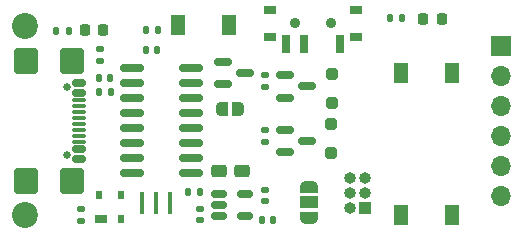
<source format=gbr>
%TF.GenerationSoftware,KiCad,Pcbnew,9.0.1*%
%TF.CreationDate,2025-04-12T17:39:00+05:30*%
%TF.ProjectId,ESPNut-D1,4553504e-7574-42d4-9431-2e6b69636164,0.1*%
%TF.SameCoordinates,Original*%
%TF.FileFunction,Soldermask,Top*%
%TF.FilePolarity,Negative*%
%FSLAX46Y46*%
G04 Gerber Fmt 4.6, Leading zero omitted, Abs format (unit mm)*
G04 Created by KiCad (PCBNEW 9.0.1) date 2025-04-12 17:39:00*
%MOMM*%
%LPD*%
G01*
G04 APERTURE LIST*
G04 Aperture macros list*
%AMRoundRect*
0 Rectangle with rounded corners*
0 $1 Rounding radius*
0 $2 $3 $4 $5 $6 $7 $8 $9 X,Y pos of 4 corners*
0 Add a 4 corners polygon primitive as box body*
4,1,4,$2,$3,$4,$5,$6,$7,$8,$9,$2,$3,0*
0 Add four circle primitives for the rounded corners*
1,1,$1+$1,$2,$3*
1,1,$1+$1,$4,$5*
1,1,$1+$1,$6,$7*
1,1,$1+$1,$8,$9*
0 Add four rect primitives between the rounded corners*
20,1,$1+$1,$2,$3,$4,$5,0*
20,1,$1+$1,$4,$5,$6,$7,0*
20,1,$1+$1,$6,$7,$8,$9,0*
20,1,$1+$1,$8,$9,$2,$3,0*%
%AMFreePoly0*
4,1,15,-0.500000,0.200000,-0.480423,0.323607,-0.423607,0.435114,-0.335114,0.523607,-0.223607,0.580423,-0.100000,0.600000,0.500000,0.600000,0.500000,-0.600000,-0.100000,-0.600000,-0.223607,-0.580423,-0.335114,-0.523607,-0.423607,-0.435114,-0.480423,-0.323607,-0.500000,-0.200000,-0.500000,0.200000,-0.500000,0.200000,$1*%
%AMFreePoly1*
4,1,15,-0.500000,0.600000,0.100000,0.600000,0.223607,0.580423,0.335114,0.523607,0.423607,0.435114,0.480423,0.323607,0.500000,0.200000,0.500000,-0.200000,0.480423,-0.323607,0.423607,-0.435114,0.335114,-0.523607,0.223607,-0.580423,0.100000,-0.600000,-0.500000,-0.600000,-0.500000,0.600000,-0.500000,0.600000,$1*%
%AMFreePoly2*
4,1,23,0.550000,-0.750000,0.000000,-0.750000,0.000000,-0.745722,-0.065263,-0.745722,-0.191342,-0.711940,-0.304381,-0.646677,-0.396677,-0.554381,-0.461940,-0.441342,-0.495722,-0.315263,-0.495722,-0.250000,-0.500000,-0.250000,-0.500000,0.250000,-0.495722,0.250000,-0.495722,0.315263,-0.461940,0.441342,-0.396677,0.554381,-0.304381,0.646677,-0.191342,0.711940,-0.065263,0.745722,0.000000,0.745722,
0.000000,0.750000,0.550000,0.750000,0.550000,-0.750000,0.550000,-0.750000,$1*%
%AMFreePoly3*
4,1,23,0.000000,0.745722,0.065263,0.745722,0.191342,0.711940,0.304381,0.646677,0.396677,0.554381,0.461940,0.441342,0.495722,0.315263,0.495722,0.250000,0.500000,0.250000,0.500000,-0.250000,0.495722,-0.250000,0.495722,-0.315263,0.461940,-0.441342,0.396677,-0.554381,0.304381,-0.646677,0.191342,-0.711940,0.065263,-0.745722,0.000000,-0.745722,0.000000,-0.750000,-0.550000,-0.750000,
-0.550000,0.750000,0.000000,0.750000,0.000000,0.745722,0.000000,0.745722,$1*%
G04 Aperture macros list end*
%ADD10RoundRect,0.135000X-0.135000X-0.185000X0.135000X-0.185000X0.135000X0.185000X-0.135000X0.185000X0*%
%ADD11FreePoly0,0.000000*%
%ADD12FreePoly1,0.000000*%
%ADD13RoundRect,0.250000X-0.250000X0.250000X-0.250000X-0.250000X0.250000X-0.250000X0.250000X0.250000X0*%
%ADD14RoundRect,0.218750X-0.218750X-0.256250X0.218750X-0.256250X0.218750X0.256250X-0.218750X0.256250X0*%
%ADD15RoundRect,0.135000X0.135000X0.185000X-0.135000X0.185000X-0.135000X-0.185000X0.135000X-0.185000X0*%
%ADD16RoundRect,0.150000X-0.825000X-0.150000X0.825000X-0.150000X0.825000X0.150000X-0.825000X0.150000X0*%
%ADD17C,2.200000*%
%ADD18R,1.000000X0.800000*%
%ADD19C,0.900000*%
%ADD20R,0.700000X1.500000*%
%ADD21RoundRect,0.140000X0.140000X0.170000X-0.140000X0.170000X-0.140000X-0.170000X0.140000X-0.170000X0*%
%ADD22R,0.400000X1.900000*%
%ADD23RoundRect,0.135000X-0.185000X0.135000X-0.185000X-0.135000X0.185000X-0.135000X0.185000X0.135000X0*%
%ADD24RoundRect,0.140000X-0.140000X-0.170000X0.140000X-0.170000X0.140000X0.170000X-0.140000X0.170000X0*%
%ADD25RoundRect,0.150000X-0.587500X-0.150000X0.587500X-0.150000X0.587500X0.150000X-0.587500X0.150000X0*%
%ADD26RoundRect,0.135000X0.185000X-0.135000X0.185000X0.135000X-0.185000X0.135000X-0.185000X-0.135000X0*%
%ADD27R,1.000000X0.700000*%
%ADD28R,0.600000X0.700000*%
%ADD29RoundRect,0.250000X0.400000X0.275000X-0.400000X0.275000X-0.400000X-0.275000X0.400000X-0.275000X0*%
%ADD30R,1.150000X1.700000*%
%ADD31RoundRect,0.140000X0.170000X-0.140000X0.170000X0.140000X-0.170000X0.140000X-0.170000X-0.140000X0*%
%ADD32C,0.650000*%
%ADD33RoundRect,0.150000X-0.425000X0.150000X-0.425000X-0.150000X0.425000X-0.150000X0.425000X0.150000X0*%
%ADD34RoundRect,0.075000X-0.500000X0.075000X-0.500000X-0.075000X0.500000X-0.075000X0.500000X0.075000X0*%
%ADD35RoundRect,0.250000X-0.750000X0.840000X-0.750000X-0.840000X0.750000X-0.840000X0.750000X0.840000X0*%
%ADD36R,1.000000X1.000000*%
%ADD37O,1.000000X1.000000*%
%ADD38R,1.700000X1.700000*%
%ADD39O,1.700000X1.700000*%
%ADD40FreePoly2,90.000000*%
%ADD41R,1.500000X1.000000*%
%ADD42FreePoly3,90.000000*%
%ADD43RoundRect,0.140000X-0.170000X0.140000X-0.170000X-0.140000X0.170000X-0.140000X0.170000X0.140000X0*%
%ADD44RoundRect,0.150000X-0.512500X-0.150000X0.512500X-0.150000X0.512500X0.150000X-0.512500X0.150000X0*%
G04 APERTURE END LIST*
D10*
X32895000Y18725000D03*
X33915000Y18725000D03*
D11*
X18675000Y11005000D03*
D12*
X19975000Y11005000D03*
D13*
X27875000Y9780000D03*
X27875000Y7280000D03*
D14*
X35667500Y18665000D03*
X37242500Y18665000D03*
D15*
X16815000Y3985000D03*
X15795000Y3985000D03*
D16*
X11050000Y14444000D03*
X11050000Y13174000D03*
X11050000Y11904000D03*
X11050000Y10634000D03*
X11050000Y9364000D03*
X11050000Y8094000D03*
X11050000Y6824000D03*
X11050000Y5554000D03*
X16000000Y5554000D03*
X16000000Y6824000D03*
X16000000Y8094000D03*
X16000000Y9364000D03*
X16000000Y10634000D03*
X16000000Y11904000D03*
X16000000Y13174000D03*
X16000000Y14444000D03*
D15*
X9215000Y12435000D03*
X8195000Y12435000D03*
D10*
X4625000Y17655000D03*
X5645000Y17655000D03*
D17*
X2000000Y2000000D03*
D18*
X29995000Y17145000D03*
X29995000Y19355000D03*
D19*
X27845000Y18255000D03*
X24845000Y18255000D03*
D18*
X22695000Y17145000D03*
X22695000Y19355000D03*
D20*
X28595000Y16495000D03*
X25595000Y16495000D03*
X24095000Y16495000D03*
D17*
X2000000Y18000000D03*
D21*
X13155000Y16005000D03*
X12195000Y16005000D03*
D22*
X14230000Y3040000D03*
X13030000Y3040000D03*
X11830000Y3040000D03*
D23*
X22245000Y13865000D03*
X22245000Y12845000D03*
D24*
X21995000Y1655000D03*
X22955000Y1655000D03*
D25*
X18732500Y15010000D03*
X18732500Y13110000D03*
X20607500Y14060000D03*
D10*
X12165000Y17705000D03*
X13185000Y17705000D03*
D26*
X8285000Y15075000D03*
X8285000Y16095000D03*
D25*
X23937500Y9243000D03*
X23937500Y7343000D03*
X25812500Y8293000D03*
D27*
X8425000Y1705000D03*
D28*
X10125000Y1705000D03*
X10125000Y3705000D03*
X8225000Y3705000D03*
D29*
X20310000Y5725000D03*
X18360000Y5725000D03*
D30*
X33785000Y2070000D03*
X38135000Y2070000D03*
D31*
X16775000Y1595000D03*
X16775000Y2555000D03*
D32*
X5480000Y12890000D03*
X5480000Y7110000D03*
D33*
X6555000Y13200000D03*
X6555000Y12400000D03*
D34*
X6555000Y11250000D03*
X6555000Y10250000D03*
X6555000Y9750000D03*
X6555000Y8750000D03*
D33*
X6555000Y7600000D03*
X6555000Y6800000D03*
X6555000Y6800000D03*
X6555000Y7600000D03*
D34*
X6555000Y8250000D03*
X6555000Y9250000D03*
X6555000Y10750000D03*
X6555000Y11750000D03*
D33*
X6555000Y12400000D03*
X6555000Y13200000D03*
D35*
X5980000Y15110000D03*
X2050000Y15110000D03*
X5980000Y4890000D03*
X2050000Y4890000D03*
D36*
X30725000Y2635000D03*
D37*
X29455000Y2635000D03*
X30725000Y3905000D03*
X29455000Y3905000D03*
X30725000Y5175000D03*
X29455000Y5175000D03*
D30*
X19265000Y18150000D03*
X14915000Y18150000D03*
D25*
X23937500Y13874000D03*
X23937500Y11974000D03*
X25812500Y12924000D03*
D30*
X33785000Y14040000D03*
X38135000Y14040000D03*
D14*
X7017500Y17705000D03*
X8592500Y17705000D03*
D38*
X42255000Y16350000D03*
D39*
X42255000Y13810000D03*
X42255000Y11270000D03*
X42255000Y8730000D03*
X42255000Y6190000D03*
X42255000Y3650000D03*
D40*
X25985000Y1800000D03*
D41*
X25985000Y3100000D03*
D42*
X25985000Y4400000D03*
D13*
X27925000Y13980000D03*
X27925000Y11480000D03*
D23*
X6725000Y2525000D03*
X6725000Y1505000D03*
D26*
X22245000Y8195000D03*
X22245000Y9215000D03*
D21*
X9185000Y13675000D03*
X8225000Y13675000D03*
D43*
X22245000Y4155000D03*
X22245000Y3195000D03*
D44*
X18347500Y3844000D03*
X18347500Y2894000D03*
X18347500Y1944000D03*
X20622500Y1944000D03*
X20622500Y3844000D03*
M02*

</source>
